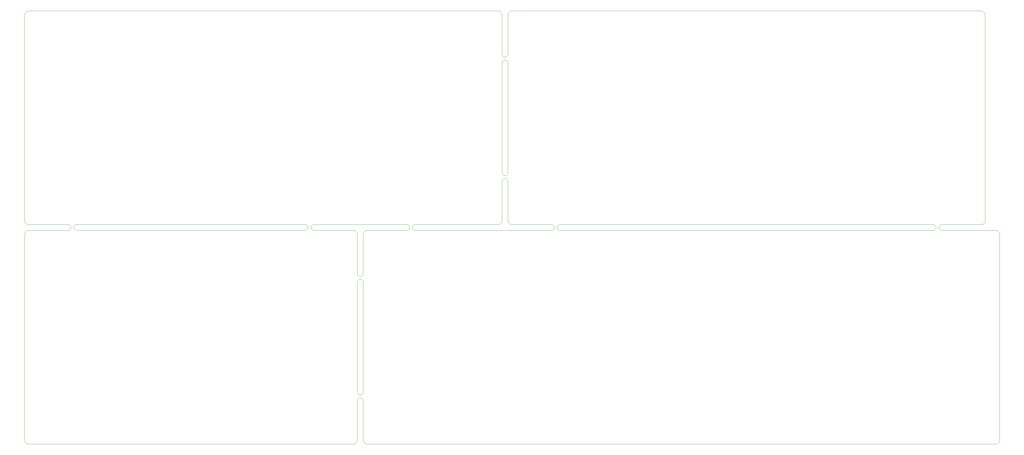
<source format=gbr>
G75*
G70*
%OFA0B0*%
%FSLAX24Y24*%
%IPPOS*%
%LPD*%
%AMOC8*
5,1,8,0,0,1.08239X$1,22.5*
%
%ADD10C,0.0039*%
D10*
X004103Y003078D02*
X048197Y003078D01*
X048243Y003080D01*
X048289Y003085D01*
X048335Y003094D01*
X048380Y003107D01*
X048423Y003123D01*
X048465Y003142D01*
X048506Y003165D01*
X048544Y003191D01*
X048581Y003220D01*
X048615Y003251D01*
X048646Y003285D01*
X048675Y003322D01*
X048701Y003360D01*
X048724Y003401D01*
X048743Y003443D01*
X048759Y003486D01*
X048772Y003531D01*
X048781Y003577D01*
X048786Y003623D01*
X048788Y003669D01*
X048788Y008984D01*
X048787Y008984D02*
X048789Y009023D01*
X048795Y009061D01*
X048804Y009098D01*
X048817Y009135D01*
X048834Y009170D01*
X048853Y009203D01*
X048876Y009234D01*
X048902Y009263D01*
X048931Y009289D01*
X048962Y009312D01*
X048995Y009331D01*
X049030Y009348D01*
X049067Y009361D01*
X049104Y009370D01*
X049142Y009376D01*
X049181Y009378D01*
X049220Y009376D01*
X049258Y009370D01*
X049295Y009361D01*
X049332Y009348D01*
X049367Y009331D01*
X049400Y009312D01*
X049431Y009289D01*
X049460Y009263D01*
X049486Y009234D01*
X049509Y009203D01*
X049528Y009170D01*
X049545Y009135D01*
X049558Y009098D01*
X049567Y009061D01*
X049573Y009023D01*
X049575Y008984D01*
X049575Y003669D01*
X049577Y003623D01*
X049582Y003577D01*
X049591Y003531D01*
X049604Y003486D01*
X049620Y003443D01*
X049639Y003401D01*
X049662Y003360D01*
X049688Y003322D01*
X049717Y003285D01*
X049748Y003251D01*
X049782Y003220D01*
X049819Y003191D01*
X049857Y003165D01*
X049898Y003142D01*
X049940Y003123D01*
X049983Y003107D01*
X050028Y003094D01*
X050074Y003085D01*
X050120Y003080D01*
X050166Y003078D01*
X135599Y003078D01*
X135645Y003080D01*
X135691Y003085D01*
X135737Y003094D01*
X135782Y003107D01*
X135825Y003123D01*
X135867Y003142D01*
X135908Y003165D01*
X135946Y003191D01*
X135983Y003220D01*
X136017Y003251D01*
X136048Y003285D01*
X136077Y003322D01*
X136103Y003360D01*
X136126Y003401D01*
X136145Y003443D01*
X136161Y003486D01*
X136174Y003531D01*
X136183Y003577D01*
X136188Y003623D01*
X136190Y003669D01*
X136189Y003669D02*
X136189Y031622D01*
X136190Y031622D02*
X136188Y031668D01*
X136183Y031714D01*
X136174Y031760D01*
X136161Y031805D01*
X136145Y031848D01*
X136126Y031890D01*
X136103Y031931D01*
X136077Y031969D01*
X136048Y032006D01*
X136017Y032040D01*
X135983Y032071D01*
X135946Y032100D01*
X135908Y032126D01*
X135867Y032149D01*
X135825Y032168D01*
X135782Y032184D01*
X135737Y032197D01*
X135691Y032206D01*
X135645Y032211D01*
X135599Y032213D01*
X135599Y032212D02*
X128315Y032212D01*
X128276Y032214D01*
X128238Y032220D01*
X128201Y032229D01*
X128164Y032242D01*
X128129Y032259D01*
X128096Y032278D01*
X128065Y032301D01*
X128036Y032327D01*
X128010Y032356D01*
X127987Y032387D01*
X127968Y032420D01*
X127951Y032455D01*
X127938Y032492D01*
X127929Y032529D01*
X127923Y032567D01*
X127921Y032606D01*
X127923Y032645D01*
X127929Y032683D01*
X127938Y032720D01*
X127951Y032757D01*
X127968Y032792D01*
X127987Y032825D01*
X128010Y032856D01*
X128036Y032885D01*
X128065Y032911D01*
X128096Y032934D01*
X128129Y032953D01*
X128164Y032970D01*
X128201Y032983D01*
X128238Y032992D01*
X128276Y032998D01*
X128315Y033000D01*
X133630Y033000D01*
X133630Y032999D02*
X133676Y033001D01*
X133722Y033006D01*
X133768Y033015D01*
X133813Y033028D01*
X133856Y033044D01*
X133898Y033063D01*
X133939Y033086D01*
X133977Y033112D01*
X134014Y033141D01*
X134048Y033172D01*
X134079Y033206D01*
X134108Y033243D01*
X134134Y033281D01*
X134157Y033322D01*
X134176Y033364D01*
X134192Y033407D01*
X134205Y033452D01*
X134214Y033498D01*
X134219Y033544D01*
X134221Y033590D01*
X134221Y061543D01*
X134219Y061589D01*
X134214Y061635D01*
X134205Y061681D01*
X134192Y061726D01*
X134176Y061769D01*
X134157Y061811D01*
X134134Y061852D01*
X134108Y061890D01*
X134079Y061927D01*
X134048Y061961D01*
X134014Y061992D01*
X133977Y062021D01*
X133939Y062047D01*
X133898Y062070D01*
X133856Y062089D01*
X133813Y062105D01*
X133768Y062118D01*
X133722Y062127D01*
X133676Y062132D01*
X133630Y062134D01*
X133630Y062133D02*
X069851Y062133D01*
X069851Y062134D02*
X069805Y062132D01*
X069759Y062127D01*
X069713Y062118D01*
X069668Y062105D01*
X069625Y062089D01*
X069583Y062070D01*
X069542Y062047D01*
X069504Y062021D01*
X069467Y061992D01*
X069433Y061961D01*
X069402Y061927D01*
X069373Y061890D01*
X069347Y061852D01*
X069324Y061811D01*
X069305Y061769D01*
X069289Y061726D01*
X069276Y061681D01*
X069267Y061635D01*
X069262Y061589D01*
X069260Y061543D01*
X069260Y056228D01*
X069258Y056189D01*
X069252Y056151D01*
X069243Y056114D01*
X069230Y056077D01*
X069213Y056042D01*
X069194Y056009D01*
X069171Y055978D01*
X069145Y055949D01*
X069116Y055923D01*
X069085Y055900D01*
X069052Y055881D01*
X069017Y055864D01*
X068980Y055851D01*
X068943Y055842D01*
X068905Y055836D01*
X068866Y055834D01*
X068827Y055836D01*
X068789Y055842D01*
X068752Y055851D01*
X068715Y055864D01*
X068680Y055881D01*
X068647Y055900D01*
X068616Y055923D01*
X068587Y055949D01*
X068561Y055978D01*
X068538Y056009D01*
X068519Y056042D01*
X068502Y056077D01*
X068489Y056114D01*
X068480Y056151D01*
X068474Y056189D01*
X068472Y056228D01*
X068473Y056228D02*
X068473Y061543D01*
X068471Y061589D01*
X068466Y061635D01*
X068457Y061681D01*
X068444Y061726D01*
X068428Y061769D01*
X068409Y061811D01*
X068386Y061852D01*
X068360Y061890D01*
X068331Y061927D01*
X068300Y061961D01*
X068266Y061992D01*
X068229Y062021D01*
X068191Y062047D01*
X068150Y062070D01*
X068108Y062089D01*
X068065Y062105D01*
X068020Y062118D01*
X067974Y062127D01*
X067928Y062132D01*
X067882Y062134D01*
X067882Y062133D02*
X004103Y062133D01*
X004103Y062134D02*
X004057Y062132D01*
X004011Y062127D01*
X003965Y062118D01*
X003920Y062105D01*
X003877Y062089D01*
X003835Y062070D01*
X003794Y062047D01*
X003756Y062021D01*
X003719Y061992D01*
X003685Y061961D01*
X003654Y061927D01*
X003625Y061890D01*
X003599Y061852D01*
X003576Y061811D01*
X003557Y061769D01*
X003541Y061726D01*
X003528Y061681D01*
X003519Y061635D01*
X003514Y061589D01*
X003512Y061543D01*
X003512Y033590D01*
X003514Y033544D01*
X003519Y033498D01*
X003528Y033452D01*
X003541Y033407D01*
X003557Y033364D01*
X003576Y033322D01*
X003599Y033281D01*
X003625Y033243D01*
X003654Y033206D01*
X003685Y033172D01*
X003719Y033141D01*
X003756Y033112D01*
X003794Y033086D01*
X003835Y033063D01*
X003877Y033044D01*
X003920Y033028D01*
X003965Y033015D01*
X004011Y033006D01*
X004057Y033001D01*
X004103Y032999D01*
X004103Y033000D02*
X009418Y033000D01*
X009457Y032998D01*
X009495Y032992D01*
X009532Y032983D01*
X009569Y032970D01*
X009604Y032953D01*
X009637Y032934D01*
X009668Y032911D01*
X009697Y032885D01*
X009723Y032856D01*
X009746Y032825D01*
X009765Y032792D01*
X009782Y032757D01*
X009795Y032720D01*
X009804Y032683D01*
X009810Y032645D01*
X009812Y032606D01*
X009810Y032567D01*
X009804Y032529D01*
X009795Y032492D01*
X009782Y032455D01*
X009765Y032420D01*
X009746Y032387D01*
X009723Y032356D01*
X009697Y032327D01*
X009668Y032301D01*
X009637Y032278D01*
X009604Y032259D01*
X009569Y032242D01*
X009532Y032229D01*
X009495Y032220D01*
X009457Y032214D01*
X009418Y032212D01*
X004103Y032212D01*
X004103Y032213D02*
X004057Y032211D01*
X004011Y032206D01*
X003965Y032197D01*
X003920Y032184D01*
X003877Y032168D01*
X003835Y032149D01*
X003794Y032126D01*
X003756Y032100D01*
X003719Y032071D01*
X003685Y032040D01*
X003654Y032006D01*
X003625Y031969D01*
X003599Y031931D01*
X003576Y031890D01*
X003557Y031848D01*
X003541Y031805D01*
X003528Y031760D01*
X003519Y031714D01*
X003514Y031668D01*
X003512Y031622D01*
X003512Y003669D01*
X003514Y003623D01*
X003519Y003577D01*
X003528Y003531D01*
X003541Y003486D01*
X003557Y003443D01*
X003576Y003401D01*
X003599Y003360D01*
X003625Y003322D01*
X003654Y003285D01*
X003685Y003251D01*
X003719Y003220D01*
X003756Y003191D01*
X003794Y003165D01*
X003835Y003142D01*
X003877Y003123D01*
X003920Y003107D01*
X003965Y003094D01*
X004011Y003085D01*
X004057Y003080D01*
X004103Y003078D01*
X048197Y003078D02*
X048243Y003080D01*
X048289Y003085D01*
X048335Y003094D01*
X048380Y003107D01*
X048423Y003123D01*
X048465Y003142D01*
X048506Y003165D01*
X048544Y003191D01*
X048581Y003220D01*
X048615Y003251D01*
X048646Y003285D01*
X048675Y003322D01*
X048701Y003360D01*
X048724Y003401D01*
X048743Y003443D01*
X048759Y003486D01*
X048772Y003531D01*
X048781Y003577D01*
X048786Y003623D01*
X048788Y003669D01*
X049575Y003669D02*
X049577Y003623D01*
X049582Y003577D01*
X049591Y003531D01*
X049604Y003486D01*
X049620Y003443D01*
X049639Y003401D01*
X049662Y003360D01*
X049688Y003322D01*
X049717Y003285D01*
X049748Y003251D01*
X049782Y003220D01*
X049819Y003191D01*
X049857Y003165D01*
X049898Y003142D01*
X049940Y003123D01*
X049983Y003107D01*
X050028Y003094D01*
X050074Y003085D01*
X050120Y003080D01*
X050166Y003078D01*
X049575Y010165D02*
X049575Y025126D01*
X049573Y025165D01*
X049567Y025203D01*
X049558Y025240D01*
X049545Y025277D01*
X049528Y025312D01*
X049509Y025345D01*
X049486Y025376D01*
X049460Y025405D01*
X049431Y025431D01*
X049400Y025454D01*
X049367Y025473D01*
X049332Y025490D01*
X049295Y025503D01*
X049258Y025512D01*
X049220Y025518D01*
X049181Y025520D01*
X049142Y025518D01*
X049104Y025512D01*
X049067Y025503D01*
X049030Y025490D01*
X048995Y025473D01*
X048962Y025454D01*
X048931Y025431D01*
X048902Y025405D01*
X048876Y025376D01*
X048853Y025345D01*
X048834Y025312D01*
X048817Y025277D01*
X048804Y025240D01*
X048795Y025203D01*
X048789Y025165D01*
X048787Y025126D01*
X048788Y025126D02*
X048788Y010165D01*
X048787Y010165D02*
X048789Y010126D01*
X048795Y010088D01*
X048804Y010051D01*
X048817Y010014D01*
X048834Y009979D01*
X048853Y009946D01*
X048876Y009915D01*
X048902Y009886D01*
X048931Y009860D01*
X048962Y009837D01*
X048995Y009818D01*
X049030Y009801D01*
X049067Y009788D01*
X049104Y009779D01*
X049142Y009773D01*
X049181Y009771D01*
X049220Y009773D01*
X049258Y009779D01*
X049295Y009788D01*
X049332Y009801D01*
X049367Y009818D01*
X049400Y009837D01*
X049431Y009860D01*
X049460Y009886D01*
X049486Y009915D01*
X049509Y009946D01*
X049528Y009979D01*
X049545Y010014D01*
X049558Y010051D01*
X049567Y010088D01*
X049573Y010126D01*
X049575Y010165D01*
X049575Y026307D02*
X049575Y031622D01*
X049577Y031668D01*
X049582Y031714D01*
X049591Y031760D01*
X049604Y031805D01*
X049620Y031848D01*
X049639Y031890D01*
X049662Y031931D01*
X049688Y031969D01*
X049717Y032006D01*
X049748Y032040D01*
X049782Y032071D01*
X049819Y032100D01*
X049857Y032126D01*
X049898Y032149D01*
X049940Y032168D01*
X049983Y032184D01*
X050028Y032197D01*
X050074Y032206D01*
X050120Y032211D01*
X050166Y032213D01*
X050166Y032212D02*
X055481Y032212D01*
X055520Y032214D01*
X055558Y032220D01*
X055595Y032229D01*
X055632Y032242D01*
X055667Y032259D01*
X055700Y032278D01*
X055731Y032301D01*
X055760Y032327D01*
X055786Y032356D01*
X055809Y032387D01*
X055828Y032420D01*
X055845Y032455D01*
X055858Y032492D01*
X055867Y032529D01*
X055873Y032567D01*
X055875Y032606D01*
X055873Y032645D01*
X055867Y032683D01*
X055858Y032720D01*
X055845Y032757D01*
X055828Y032792D01*
X055809Y032825D01*
X055786Y032856D01*
X055760Y032885D01*
X055731Y032911D01*
X055700Y032934D01*
X055667Y032953D01*
X055632Y032970D01*
X055595Y032983D01*
X055558Y032992D01*
X055520Y032998D01*
X055481Y033000D01*
X042882Y033000D01*
X042843Y032998D01*
X042805Y032992D01*
X042768Y032983D01*
X042731Y032970D01*
X042696Y032953D01*
X042663Y032934D01*
X042632Y032911D01*
X042603Y032885D01*
X042577Y032856D01*
X042554Y032825D01*
X042535Y032792D01*
X042518Y032757D01*
X042505Y032720D01*
X042496Y032683D01*
X042490Y032645D01*
X042488Y032606D01*
X042490Y032567D01*
X042496Y032529D01*
X042505Y032492D01*
X042518Y032455D01*
X042535Y032420D01*
X042554Y032387D01*
X042577Y032356D01*
X042603Y032327D01*
X042632Y032301D01*
X042663Y032278D01*
X042696Y032259D01*
X042731Y032242D01*
X042768Y032229D01*
X042805Y032220D01*
X042843Y032214D01*
X042882Y032212D01*
X048197Y032212D01*
X048197Y032213D02*
X048243Y032211D01*
X048289Y032206D01*
X048335Y032197D01*
X048380Y032184D01*
X048423Y032168D01*
X048465Y032149D01*
X048506Y032126D01*
X048544Y032100D01*
X048581Y032071D01*
X048615Y032040D01*
X048646Y032006D01*
X048675Y031969D01*
X048701Y031931D01*
X048724Y031890D01*
X048743Y031848D01*
X048759Y031805D01*
X048772Y031760D01*
X048781Y031714D01*
X048786Y031668D01*
X048788Y031622D01*
X048788Y026307D01*
X048787Y026307D02*
X048789Y026268D01*
X048795Y026230D01*
X048804Y026193D01*
X048817Y026156D01*
X048834Y026121D01*
X048853Y026088D01*
X048876Y026057D01*
X048902Y026028D01*
X048931Y026002D01*
X048962Y025979D01*
X048995Y025960D01*
X049030Y025943D01*
X049067Y025930D01*
X049104Y025921D01*
X049142Y025915D01*
X049181Y025913D01*
X049220Y025915D01*
X049258Y025921D01*
X049295Y025930D01*
X049332Y025943D01*
X049367Y025960D01*
X049400Y025979D01*
X049431Y026002D01*
X049460Y026028D01*
X049486Y026057D01*
X049509Y026088D01*
X049528Y026121D01*
X049545Y026156D01*
X049558Y026193D01*
X049567Y026230D01*
X049573Y026268D01*
X049575Y026307D01*
X049575Y031622D02*
X049577Y031668D01*
X049582Y031714D01*
X049591Y031760D01*
X049604Y031805D01*
X049620Y031848D01*
X049639Y031890D01*
X049662Y031931D01*
X049688Y031969D01*
X049717Y032006D01*
X049748Y032040D01*
X049782Y032071D01*
X049819Y032100D01*
X049857Y032126D01*
X049898Y032149D01*
X049940Y032168D01*
X049983Y032184D01*
X050028Y032197D01*
X050074Y032206D01*
X050120Y032211D01*
X050166Y032213D01*
X050120Y032211D01*
X050074Y032206D01*
X050028Y032197D01*
X049983Y032184D01*
X049940Y032168D01*
X049898Y032149D01*
X049857Y032126D01*
X049819Y032100D01*
X049782Y032071D01*
X049748Y032040D01*
X049717Y032006D01*
X049688Y031969D01*
X049662Y031931D01*
X049639Y031890D01*
X049620Y031848D01*
X049604Y031805D01*
X049591Y031760D01*
X049582Y031714D01*
X049577Y031668D01*
X049575Y031622D01*
X048788Y031622D02*
X048786Y031668D01*
X048781Y031714D01*
X048772Y031760D01*
X048759Y031805D01*
X048743Y031848D01*
X048724Y031890D01*
X048701Y031931D01*
X048675Y031969D01*
X048646Y032006D01*
X048615Y032040D01*
X048581Y032071D01*
X048544Y032100D01*
X048506Y032126D01*
X048465Y032149D01*
X048423Y032168D01*
X048380Y032184D01*
X048335Y032197D01*
X048289Y032206D01*
X048243Y032211D01*
X048197Y032213D01*
X048243Y032211D01*
X048289Y032206D01*
X048335Y032197D01*
X048380Y032184D01*
X048423Y032168D01*
X048465Y032149D01*
X048506Y032126D01*
X048544Y032100D01*
X048581Y032071D01*
X048615Y032040D01*
X048646Y032006D01*
X048675Y031969D01*
X048701Y031931D01*
X048724Y031890D01*
X048743Y031848D01*
X048759Y031805D01*
X048772Y031760D01*
X048781Y031714D01*
X048786Y031668D01*
X048788Y031622D01*
X041701Y032212D02*
X010599Y032212D01*
X010560Y032214D01*
X010522Y032220D01*
X010485Y032229D01*
X010448Y032242D01*
X010413Y032259D01*
X010380Y032278D01*
X010349Y032301D01*
X010320Y032327D01*
X010294Y032356D01*
X010271Y032387D01*
X010252Y032420D01*
X010235Y032455D01*
X010222Y032492D01*
X010213Y032529D01*
X010207Y032567D01*
X010205Y032606D01*
X010207Y032645D01*
X010213Y032683D01*
X010222Y032720D01*
X010235Y032757D01*
X010252Y032792D01*
X010271Y032825D01*
X010294Y032856D01*
X010320Y032885D01*
X010349Y032911D01*
X010380Y032934D01*
X010413Y032953D01*
X010448Y032970D01*
X010485Y032983D01*
X010522Y032992D01*
X010560Y032998D01*
X010599Y033000D01*
X041701Y033000D01*
X041740Y032998D01*
X041778Y032992D01*
X041815Y032983D01*
X041852Y032970D01*
X041887Y032953D01*
X041920Y032934D01*
X041951Y032911D01*
X041980Y032885D01*
X042006Y032856D01*
X042029Y032825D01*
X042048Y032792D01*
X042065Y032757D01*
X042078Y032720D01*
X042087Y032683D01*
X042093Y032645D01*
X042095Y032606D01*
X042093Y032567D01*
X042087Y032529D01*
X042078Y032492D01*
X042065Y032455D01*
X042048Y032420D01*
X042029Y032387D01*
X042006Y032356D01*
X041980Y032327D01*
X041951Y032301D01*
X041920Y032278D01*
X041887Y032259D01*
X041852Y032242D01*
X041815Y032229D01*
X041778Y032220D01*
X041740Y032214D01*
X041701Y032212D01*
X056662Y032212D02*
X075166Y032212D01*
X075205Y032214D01*
X075243Y032220D01*
X075280Y032229D01*
X075317Y032242D01*
X075352Y032259D01*
X075385Y032278D01*
X075416Y032301D01*
X075445Y032327D01*
X075471Y032356D01*
X075494Y032387D01*
X075513Y032420D01*
X075530Y032455D01*
X075543Y032492D01*
X075552Y032529D01*
X075558Y032567D01*
X075560Y032606D01*
X075558Y032645D01*
X075552Y032683D01*
X075543Y032720D01*
X075530Y032757D01*
X075513Y032792D01*
X075494Y032825D01*
X075471Y032856D01*
X075445Y032885D01*
X075416Y032911D01*
X075385Y032934D01*
X075352Y032953D01*
X075317Y032970D01*
X075280Y032983D01*
X075243Y032992D01*
X075205Y032998D01*
X075166Y033000D01*
X069851Y033000D01*
X069851Y032999D02*
X069805Y033001D01*
X069759Y033006D01*
X069713Y033015D01*
X069668Y033028D01*
X069625Y033044D01*
X069583Y033063D01*
X069542Y033086D01*
X069504Y033112D01*
X069467Y033141D01*
X069433Y033172D01*
X069402Y033206D01*
X069373Y033243D01*
X069347Y033281D01*
X069324Y033322D01*
X069305Y033364D01*
X069289Y033407D01*
X069276Y033452D01*
X069267Y033498D01*
X069262Y033544D01*
X069260Y033590D01*
X069260Y038905D01*
X069258Y038944D01*
X069252Y038982D01*
X069243Y039019D01*
X069230Y039056D01*
X069213Y039091D01*
X069194Y039124D01*
X069171Y039155D01*
X069145Y039184D01*
X069116Y039210D01*
X069085Y039233D01*
X069052Y039252D01*
X069017Y039269D01*
X068980Y039282D01*
X068943Y039291D01*
X068905Y039297D01*
X068866Y039299D01*
X068827Y039297D01*
X068789Y039291D01*
X068752Y039282D01*
X068715Y039269D01*
X068680Y039252D01*
X068647Y039233D01*
X068616Y039210D01*
X068587Y039184D01*
X068561Y039155D01*
X068538Y039124D01*
X068519Y039091D01*
X068502Y039056D01*
X068489Y039019D01*
X068480Y038982D01*
X068474Y038944D01*
X068472Y038905D01*
X068473Y038905D02*
X068473Y033590D01*
X068471Y033544D01*
X068466Y033498D01*
X068457Y033452D01*
X068444Y033407D01*
X068428Y033364D01*
X068409Y033322D01*
X068386Y033281D01*
X068360Y033243D01*
X068331Y033206D01*
X068300Y033172D01*
X068266Y033141D01*
X068229Y033112D01*
X068191Y033086D01*
X068150Y033063D01*
X068108Y033044D01*
X068065Y033028D01*
X068020Y033015D01*
X067974Y033006D01*
X067928Y033001D01*
X067882Y032999D01*
X067882Y033000D02*
X056662Y033000D01*
X056623Y032998D01*
X056585Y032992D01*
X056548Y032983D01*
X056511Y032970D01*
X056476Y032953D01*
X056443Y032934D01*
X056412Y032911D01*
X056383Y032885D01*
X056357Y032856D01*
X056334Y032825D01*
X056315Y032792D01*
X056298Y032757D01*
X056285Y032720D01*
X056276Y032683D01*
X056270Y032645D01*
X056268Y032606D01*
X056270Y032567D01*
X056276Y032529D01*
X056285Y032492D01*
X056298Y032455D01*
X056315Y032420D01*
X056334Y032387D01*
X056357Y032356D01*
X056383Y032327D01*
X056412Y032301D01*
X056443Y032278D01*
X056476Y032259D01*
X056511Y032242D01*
X056548Y032229D01*
X056585Y032220D01*
X056623Y032214D01*
X056662Y032212D01*
X067882Y032999D02*
X067928Y033001D01*
X067974Y033006D01*
X068020Y033015D01*
X068065Y033028D01*
X068108Y033044D01*
X068150Y033063D01*
X068191Y033086D01*
X068229Y033112D01*
X068266Y033141D01*
X068300Y033172D01*
X068331Y033206D01*
X068360Y033243D01*
X068386Y033281D01*
X068409Y033322D01*
X068428Y033364D01*
X068444Y033407D01*
X068457Y033452D01*
X068466Y033498D01*
X068471Y033544D01*
X068473Y033590D01*
X069260Y033590D02*
X069262Y033544D01*
X069267Y033498D01*
X069276Y033452D01*
X069289Y033407D01*
X069305Y033364D01*
X069324Y033322D01*
X069347Y033281D01*
X069373Y033243D01*
X069402Y033206D01*
X069433Y033172D01*
X069467Y033141D01*
X069504Y033112D01*
X069542Y033086D01*
X069583Y033063D01*
X069625Y033044D01*
X069668Y033028D01*
X069713Y033015D01*
X069759Y033006D01*
X069805Y033001D01*
X069851Y032999D01*
X069805Y033001D01*
X069759Y033006D01*
X069713Y033015D01*
X069668Y033028D01*
X069625Y033044D01*
X069583Y033063D01*
X069542Y033086D01*
X069504Y033112D01*
X069467Y033141D01*
X069433Y033172D01*
X069402Y033206D01*
X069373Y033243D01*
X069347Y033281D01*
X069324Y033322D01*
X069305Y033364D01*
X069289Y033407D01*
X069276Y033452D01*
X069267Y033498D01*
X069262Y033544D01*
X069260Y033590D01*
X076347Y033000D02*
X127134Y033000D01*
X127173Y032998D01*
X127211Y032992D01*
X127248Y032983D01*
X127285Y032970D01*
X127320Y032953D01*
X127353Y032934D01*
X127384Y032911D01*
X127413Y032885D01*
X127439Y032856D01*
X127462Y032825D01*
X127481Y032792D01*
X127498Y032757D01*
X127511Y032720D01*
X127520Y032683D01*
X127526Y032645D01*
X127528Y032606D01*
X127526Y032567D01*
X127520Y032529D01*
X127511Y032492D01*
X127498Y032455D01*
X127481Y032420D01*
X127462Y032387D01*
X127439Y032356D01*
X127413Y032327D01*
X127384Y032301D01*
X127353Y032278D01*
X127320Y032259D01*
X127285Y032242D01*
X127248Y032229D01*
X127211Y032220D01*
X127173Y032214D01*
X127134Y032212D01*
X076347Y032212D01*
X076308Y032214D01*
X076270Y032220D01*
X076233Y032229D01*
X076196Y032242D01*
X076161Y032259D01*
X076128Y032278D01*
X076097Y032301D01*
X076068Y032327D01*
X076042Y032356D01*
X076019Y032387D01*
X076000Y032420D01*
X075983Y032455D01*
X075970Y032492D01*
X075961Y032529D01*
X075955Y032567D01*
X075953Y032606D01*
X075955Y032645D01*
X075961Y032683D01*
X075970Y032720D01*
X075983Y032757D01*
X076000Y032792D01*
X076019Y032825D01*
X076042Y032856D01*
X076068Y032885D01*
X076097Y032911D01*
X076128Y032934D01*
X076161Y032953D01*
X076196Y032970D01*
X076233Y032983D01*
X076270Y032992D01*
X076308Y032998D01*
X076347Y033000D01*
X069260Y040086D02*
X069260Y055047D01*
X069258Y055086D01*
X069252Y055124D01*
X069243Y055161D01*
X069230Y055198D01*
X069213Y055233D01*
X069194Y055266D01*
X069171Y055297D01*
X069145Y055326D01*
X069116Y055352D01*
X069085Y055375D01*
X069052Y055394D01*
X069017Y055411D01*
X068980Y055424D01*
X068943Y055433D01*
X068905Y055439D01*
X068866Y055441D01*
X068827Y055439D01*
X068789Y055433D01*
X068752Y055424D01*
X068715Y055411D01*
X068680Y055394D01*
X068647Y055375D01*
X068616Y055352D01*
X068587Y055326D01*
X068561Y055297D01*
X068538Y055266D01*
X068519Y055233D01*
X068502Y055198D01*
X068489Y055161D01*
X068480Y055124D01*
X068474Y055086D01*
X068472Y055047D01*
X068473Y055047D02*
X068473Y040086D01*
X068472Y040086D02*
X068474Y040047D01*
X068480Y040009D01*
X068489Y039972D01*
X068502Y039935D01*
X068519Y039900D01*
X068538Y039867D01*
X068561Y039836D01*
X068587Y039807D01*
X068616Y039781D01*
X068647Y039758D01*
X068680Y039739D01*
X068715Y039722D01*
X068752Y039709D01*
X068789Y039700D01*
X068827Y039694D01*
X068866Y039692D01*
X068905Y039694D01*
X068943Y039700D01*
X068980Y039709D01*
X069017Y039722D01*
X069052Y039739D01*
X069085Y039758D01*
X069116Y039781D01*
X069145Y039807D01*
X069171Y039836D01*
X069194Y039867D01*
X069213Y039900D01*
X069230Y039935D01*
X069243Y039972D01*
X069252Y040009D01*
X069258Y040047D01*
X069260Y040086D01*
X069260Y061543D02*
X069262Y061589D01*
X069267Y061635D01*
X069276Y061681D01*
X069289Y061726D01*
X069305Y061769D01*
X069324Y061811D01*
X069347Y061852D01*
X069373Y061890D01*
X069402Y061927D01*
X069433Y061961D01*
X069467Y061992D01*
X069504Y062021D01*
X069542Y062047D01*
X069583Y062070D01*
X069625Y062089D01*
X069668Y062105D01*
X069713Y062118D01*
X069759Y062127D01*
X069805Y062132D01*
X069851Y062134D01*
X068473Y061543D02*
X068471Y061589D01*
X068466Y061635D01*
X068457Y061681D01*
X068444Y061726D01*
X068428Y061769D01*
X068409Y061811D01*
X068386Y061852D01*
X068360Y061890D01*
X068331Y061927D01*
X068300Y061961D01*
X068266Y061992D01*
X068229Y062021D01*
X068191Y062047D01*
X068150Y062070D01*
X068108Y062089D01*
X068065Y062105D01*
X068020Y062118D01*
X067974Y062127D01*
X067928Y062132D01*
X067882Y062134D01*
X133630Y032999D02*
X133676Y033001D01*
X133722Y033006D01*
X133768Y033015D01*
X133813Y033028D01*
X133856Y033044D01*
X133898Y033063D01*
X133939Y033086D01*
X133977Y033112D01*
X134014Y033141D01*
X134048Y033172D01*
X134079Y033206D01*
X134108Y033243D01*
X134134Y033281D01*
X134157Y033322D01*
X134176Y033364D01*
X134192Y033407D01*
X134205Y033452D01*
X134214Y033498D01*
X134219Y033544D01*
X134221Y033590D01*
M02*

</source>
